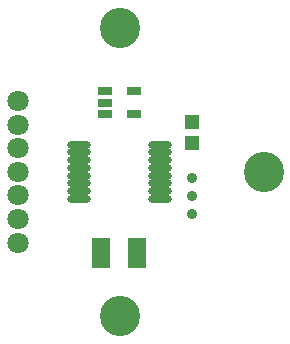
<source format=gts>
G04 Layer_Color=8388736*
%FSAX24Y24*%
%MOIN*%
G70*
G01*
G75*
%ADD22R,0.0474X0.0316*%
%ADD23R,0.0592X0.1005*%
%ADD24O,0.0789X0.0257*%
%ADD25R,0.0513X0.0513*%
%ADD26C,0.0710*%
%ADD27C,0.1340*%
%ADD28C,0.0360*%
D22*
X055472Y022674D02*
D03*
Y021926D02*
D03*
X054528D02*
D03*
Y022300D02*
D03*
Y022674D02*
D03*
D23*
X055596Y017300D02*
D03*
X054396D02*
D03*
D24*
X056339Y019104D02*
D03*
Y019360D02*
D03*
Y019616D02*
D03*
Y019872D02*
D03*
Y020128D02*
D03*
Y020384D02*
D03*
Y020640D02*
D03*
Y020896D02*
D03*
X053661Y019104D02*
D03*
Y019360D02*
D03*
Y019616D02*
D03*
Y019872D02*
D03*
Y020128D02*
D03*
Y020384D02*
D03*
Y020640D02*
D03*
Y020896D02*
D03*
D25*
X057400Y021654D02*
D03*
Y020946D02*
D03*
D26*
X051600Y020790D02*
D03*
Y020000D02*
D03*
Y019210D02*
D03*
Y018423D02*
D03*
Y017635D02*
D03*
Y021572D02*
D03*
Y022360D02*
D03*
D27*
X055000Y024800D02*
D03*
X059800Y020000D02*
D03*
X055000Y015200D02*
D03*
D28*
X057400Y018600D02*
D03*
Y019200D02*
D03*
Y019800D02*
D03*
M02*

</source>
